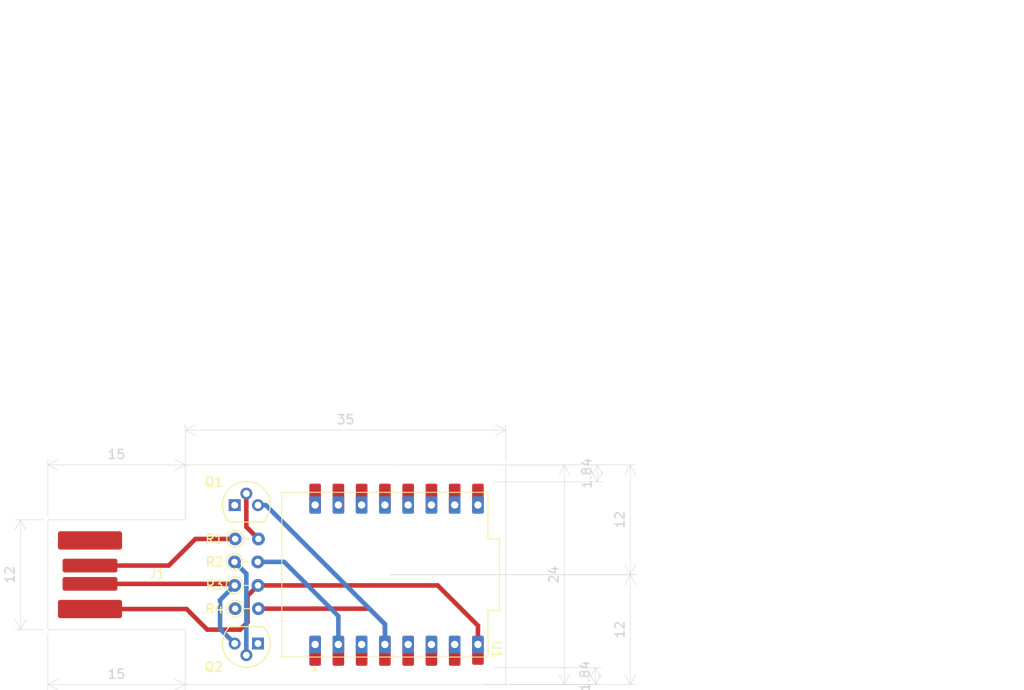
<source format=kicad_pcb>
(kicad_pcb (version 20241229) (generator "pcbnew") (generator_version "9.0")
  (layers (0 "F.Cu" signal) (2 "B.Cu" signal) (13 "F.Paste" user) (15 "B.Paste" user) (5 "F.SilkS" user "F.Silkscreen") (7 "B.SilkS" user "B.Silkscreen") (1 "F.Mask" user) (3 "B.Mask" user) (25 "Edge.Cuts" user))
  (net 0 "")
  (net 1 "5V")
  (net 2 "AC_RX")
  (net 3 "GND")
  (net 4 "AC_TX")
  (net 5 "Net-(Q1-B)")
  (net 6 "Net-(Q2-B)")
  (net 7 "ESP_RX")
  (net 8 "ESP_TX")
  (net 9 "3.3V")
  (footprint "Project Libraries:PCB_USB" (layer "F.Cu") (at 89.6 117)
    (property "Reference" "J1" (at 7.31 -0.08 0) (layer "F.SilkS") (effects (font (thickness 0.1))))
    (property "Value" "Conn_01x04_Pin")
    (pad "1" smd roundrect (at 0 3.75) (size 7 2) (layers "F.Cu" "F.Mask" "F.Paste") (roundrect_rratio 0.125) (net 1 "5V"))
    (pad "2" smd roundrect (at 0 1) (size 6 1.5) (layers "F.Cu" "F.Mask" "F.Paste") (roundrect_rratio 0.1666666667) (net 2 "AC_RX"))
    (pad "3" smd roundrect (at 0 -1 180) (size 6 1.5) (layers "F.Cu" "F.Mask" "F.Paste") (roundrect_rratio 0.1666666667) (net 4 "AC_TX"))
    (pad "4" smd roundrect (at 0 -3.75) (size 7 2) (layers "F.Cu" "F.Mask" "F.Paste") (roundrect_rratio 0.125) (net 3 "GND"))
  )
  (footprint "Project Libraries:ESP32_C3_Super_Mini" (layer "F.Cu") (at 121.8 117 -90)
    (property "Reference" "U1" (at 8.2 -12.2 270) (layer "F.SilkS") (effects (font (thickness 0.1))))
    (property "Value" "~")
    (fp_line (start -9 11.26) (end 9 11.26) (stroke (width 0.1)) (layer "F.SilkS"))
    (fp_line (start 9 11.26) (end 9 -11.26) (stroke (width 0.1)) (layer "F.SilkS"))
    (fp_line (start -9 -11.26) (end -9 11.26) (stroke (width 0.1)) (layer "F.SilkS"))
    (fp_line (start -9 -11.26) (end -3.92 -11.26) (stroke (width 0.1)) (layer "F.SilkS"))
    (fp_line (start -3.92 -11.26) (end -3.92 -12.53) (stroke (width 0.1)) (layer "F.SilkS"))
    (fp_line (start 3.92 -11.26) (end 9 -11.26) (stroke (width 0.1)) (layer "F.SilkS"))
    (fp_line (start 3.92 -11.26) (end 3.92 -12.53) (stroke (width 0.1)) (layer "F.SilkS"))
    (fp_line (start 3.92 -12.53) (end -3.92 -12.53) (stroke (width 0.1)) (layer "F.SilkS"))
    (fp_poly (pts (xy 10.16 7.62) (xy 10.496 7.86) (xy 10.496 7.38) (xy 10.16 7.62)) (stroke (width 0.12)) (fill yes) (layer "F.SilkS"))
    (pad "0" thru_hole roundrect (at 7.62 7.62 270) (size 1.905 1.27) (drill 0.8) (layers "*.Cu" "*.Mask") (roundrect_rratio 0.15))
    (pad "0" smd roundrect (at 9 7.62 270) (size 1.905 1.27) (layers "F.Cu" "F.Mask" "F.Paste") (roundrect_rratio 0.15))
    (pad "1" thru_hole roundrect (at 7.62 5.08 270) (size 1.905 1.27) (drill 0.8) (layers "*.Cu" "*.Mask") (roundrect_rratio 0.15) (net 8 "ESP_TX"))
    (pad "1" smd roundrect (at 9 5.08 270) (size 1.905 1.27) (layers "F.Cu" "F.Mask" "F.Paste") (roundrect_rratio 0.15) (net 8 "ESP_TX"))
    (pad "2" thru_hole roundrect (at 7.62 2.54 270) (size 1.905 1.27) (drill 0.8) (layers "*.Cu" "*.Mask") (roundrect_rratio 0.15))
    (pad "2" smd roundrect (at 9 2.54 270) (size 1.905 1.27) (layers "F.Cu" "F.Mask" "F.Paste") (roundrect_rratio 0.15))
    (pad "3" thru_hole roundrect (at 7.62 0 270) (size 1.905 1.27) (drill 0.8) (layers "*.Cu" "*.Mask") (roundrect_rratio 0.15) (net 7 "ESP_RX"))
    (pad "3" smd roundrect (at 9 0 270) (size 1.905 1.27) (layers "F.Cu" "F.Mask" "F.Paste") (roundrect_rratio 0.15) (net 7 "ESP_RX"))
    (pad "4" thru_hole roundrect (at 7.62 -2.54 270) (size 1.905 1.27) (drill 0.8) (layers "*.Cu" "*.Mask") (roundrect_rratio 0.15))
    (pad "4" smd roundrect (at 9 -2.54 270) (size 1.905 1.27) (layers "F.Cu" "F.Mask" "F.Paste") (roundrect_rratio 0.15))
    (pad "5" thru_hole roundrect (at 7.62 -5.08 270) (size 1.905 1.27) (drill 0.8) (layers "*.Cu" "*.Mask") (roundrect_rratio 0.15) (net 9 "3.3V"))
    (pad "5" smd roundrect (at 9 -5.08 270) (size 1.905 1.27) (layers "F.Cu" "F.Mask" "F.Paste") (roundrect_rratio 0.15) (net 9 "3.3V"))
    (pad "6" thru_hole roundrect (at 7.62 -7.62 270) (size 1.905 1.27) (drill 0.8) (layers "*.Cu" "*.Mask") (roundrect_rratio 0.15) (net 3 "GND"))
    (pad "6" smd roundrect (at 9 -7.62 270) (size 1.905 1.27) (layers "F.Cu" "F.Mask" "F.Paste") (roundrect_rratio 0.15) (net 3 "GND"))
    (pad "7" thru_hole roundrect (at 7.62 -10.16 270) (size 1.905 1.27) (drill 0.8) (layers "*.Cu" "*.Mask") (roundrect_rratio 0.15) (net 1 "5V"))
    (pad "7" smd roundrect (at 8.89 -10.16 270) (size 1.905 1.27) (layers "F.Cu" "F.Mask" "F.Paste") (roundrect_rratio 0.15) (net 1 "5V"))
    (pad "8" smd roundrect (at -9 -10.16 270) (size 1.905 1.27) (layers "F.Cu" "F.Mask" "F.Paste") (roundrect_rratio 0.15))
    (pad "8" thru_hole roundrect (at -7.62 -10.16 270) (size 1.905 1.27) (drill 0.8) (layers "*.Cu" "*.Mask") (roundrect_rratio 0.15))
    (pad "9" smd roundrect (at -9 -7.62 270) (size 1.905 1.27) (layers "F.Cu" "F.Mask" "F.Paste") (roundrect_rratio 0.15))
    (pad "9" thru_hole roundrect (at -7.62 -7.62 270) (size 1.905 1.27) (drill 0.8) (layers "*.Cu" "*.Mask") (roundrect_rratio 0.15))
    (pad "10" smd roundrect (at -9 -5.08 270) (size 1.905 1.27) (layers "F.Cu" "F.Mask" "F.Paste") (roundrect_rratio 0.15))
    (pad "10" thru_hole roundrect (at -7.62 -5.08 270) (size 1.905 1.27) (drill 0.8) (layers "*.Cu" "*.Mask") (roundrect_rratio 0.15))
    (pad "11" smd roundrect (at -9 -2.54 270) (size 1.905 1.27) (layers "F.Cu" "F.Mask" "F.Paste") (roundrect_rratio 0.15))
    (pad "11" thru_hole roundrect (at -7.62 -2.54 270) (size 1.905 1.27) (drill 0.8) (layers "*.Cu" "*.Mask") (roundrect_rratio 0.15))
    (pad "12" smd roundrect (at -9 0 270) (size 1.905 1.27) (layers "F.Cu" "F.Mask" "F.Paste") (roundrect_rratio 0.15))
    (pad "12" thru_hole roundrect (at -7.62 0 270) (size 1.905 1.27) (drill 0.8) (layers "*.Cu" "*.Mask") (roundrect_rratio 0.15))
    (pad "13" smd roundrect (at -9 2.54 270) (size 1.905 1.27) (layers "F.Cu" "F.Mask" "F.Paste") (roundrect_rratio 0.15))
    (pad "13" thru_hole roundrect (at -7.62 2.54 270) (size 1.905 1.27) (drill 0.8) (layers "*.Cu" "*.Mask") (roundrect_rratio 0.15))
    (pad "14" smd roundrect (at -9 5.08 270) (size 1.905 1.27) (layers "F.Cu" "F.Mask" "F.Paste") (roundrect_rratio 0.15))
    (pad "14" thru_hole roundrect (at -7.62 5.08 270) (size 1.905 1.27) (drill 0.8) (layers "*.Cu" "*.Mask") (roundrect_rratio 0.15))
    (pad "15" smd roundrect (at -9 7.62 270) (size 1.905 1.27) (layers "F.Cu" "F.Mask" "F.Paste") (roundrect_rratio 0.15))
    (pad "15" thru_hole roundrect (at -7.62 7.62 270) (size 1.905 1.27) (drill 0.8) (layers "*.Cu" "*.Mask") (roundrect_rratio 0.15))
  )
  (footprint "Resistor_THT:R_Axial_DIN0204_L3.6mm_D1.6mm_P2.54mm_Vertical" (layer "F.Cu") (at 105.45 113.09)
    (property "Reference" "R1" (at -2.28 0.01 0) (layer "F.SilkS"))
    (property "Value" "10k")
    (fp_line (start 0.92 0) (end 1.54 0) (stroke (width 0.12)) (layer "F.SilkS"))
    (fp_circle (center 0 0) (end 0.92 0) (stroke (width 0.12)) (fill no) (layer "F.SilkS"))
    (pad "1" thru_hole circle (at 0 0) (size 1.4 1.4) (drill 0.7) (layers "*.Cu" "*.Mask") (net 4 "AC_TX"))
    (pad "2" thru_hole circle (at 2.54 0) (size 1.4 1.4) (drill 0.7) (layers "*.Cu" "*.Mask") (net 5 "Net-(Q1-B)"))
  )
  (footprint "Package_TO_SOT_THT:TO-92" (layer "F.Cu") (at 107.94 124.52 180)
    (property "Reference" "Q2" (at 4.82 -2.55 0) (layer "F.SilkS"))
    (property "Value" "2N3904")
    (fp_line (start -0.53 1.85) (end 3.07 1.85) (stroke (width 0.12)) (layer "F.SilkS"))
    (fp_arc (start 1.27 -2.6) (mid 3.672087 -0.994977) (end 3.108478 1.838478) (stroke (width 0.12)) (layer "F.SilkS"))
    (fp_arc (start -0.568478 1.838478) (mid -1.132087 -0.994977) (end 1.27 -2.6) (stroke (width 0.12)) (layer "F.SilkS"))
    (pad "1" thru_hole rect (at 0 0 180) (size 1.3 1.3) (drill 0.75) (layers "*.Cu" "*.Mask") (net 3 "GND"))
    (pad "2" thru_hole circle (at 1.27 -1.27 180) (size 1.3 1.3) (drill 0.75) (layers "*.Cu" "*.Mask") (net 6 "Net-(Q2-B)"))
    (pad "3" thru_hole circle (at 2.54 0 180) (size 1.3 1.3) (drill 0.75) (layers "*.Cu" "*.Mask") (net 2 "AC_RX"))
  )
  (footprint "Resistor_THT:R_Axial_DIN0204_L3.6mm_D1.6mm_P2.54mm_Vertical" (layer "F.Cu") (at 105.38 115.6)
    (property "Reference" "R2" (at -2.18 0 0) (layer "F.SilkS"))
    (property "Value" "10k")
    (fp_line (start 0.92 0) (end 1.54 0) (stroke (width 0.12)) (layer "F.SilkS"))
    (fp_circle (center 0 0) (end 0.92 0) (stroke (width 0.12)) (fill no) (layer "F.SilkS"))
    (pad "1" thru_hole circle (at 0 0) (size 1.4 1.4) (drill 0.7) (layers "*.Cu" "*.Mask") (net 6 "Net-(Q2-B)"))
    (pad "2" thru_hole circle (at 2.54 0) (size 1.4 1.4) (drill 0.7) (layers "*.Cu" "*.Mask") (net 8 "ESP_TX"))
  )
  (footprint "Resistor_THT:R_Axial_DIN0204_L3.6mm_D1.6mm_P2.54mm_Vertical" (layer "F.Cu") (at 105.45 120.71)
    (property "Reference" "R4" (at -2.28 0.01 0) (layer "F.SilkS"))
    (property "Value" "10k")
    (fp_line (start 0.92 0) (end 1.54 0) (stroke (width 0.12)) (layer "F.SilkS"))
    (fp_circle (center 0 0) (end 0.92 0) (stroke (width 0.12)) (fill no) (layer "F.SilkS"))
    (pad "1" thru_hole circle (at 0 0) (size 1.4 1.4) (drill 0.7) (layers "*.Cu" "*.Mask") (net 9 "3.3V"))
    (pad "2" thru_hole circle (at 2.54 0) (size 1.4 1.4) (drill 0.7) (layers "*.Cu" "*.Mask") (net 7 "ESP_RX"))
  )
  (footprint "Package_TO_SOT_THT:TO-92" (layer "F.Cu") (at 105.4 109.4)
    (property "Reference" "Q1" (at -2.28 -2.53 0) (layer "F.SilkS"))
    (property "Value" "2N3904")
    (fp_line (start -0.53 1.85) (end 3.07 1.85) (stroke (width 0.12)) (layer "F.SilkS"))
    (fp_arc (start -0.568478 1.838478) (mid -1.132087 -0.994977) (end 1.27 -2.6) (stroke (width 0.12)) (layer "F.SilkS"))
    (fp_arc (start 1.27 -2.6) (mid 3.672087 -0.994977) (end 3.108478 1.838478) (stroke (width 0.12)) (layer "F.SilkS"))
    (pad "1" thru_hole rect (at 0 0) (size 1.3 1.3) (drill 0.75) (layers "*.Cu" "*.Mask") (net 3 "GND"))
    (pad "2" thru_hole circle (at 1.27 -1.27) (size 1.3 1.3) (drill 0.75) (layers "*.Cu" "*.Mask") (net 5 "Net-(Q1-B)"))
    (pad "3" thru_hole circle (at 2.54 0) (size 1.3 1.3) (drill 0.75) (layers "*.Cu" "*.Mask") (net 7 "ESP_RX"))
  )
  (footprint "Resistor_THT:R_Axial_DIN0204_L3.6mm_D1.6mm_P2.54mm_Vertical" (layer "F.Cu") (at 105.4 118.17)
    (property "Reference" "R3" (at -2.2 -0.01 0) (layer "F.SilkS"))
    (property "Value" "10k")
    (fp_line (start 0.92 0) (end 1.54 0) (stroke (width 0.12)) (layer "F.SilkS"))
    (fp_circle (center 0 0) (end 0.92 0) (stroke (width 0.12)) (fill no) (layer "F.SilkS"))
    (pad "1" thru_hole circle (at 0 0) (size 1.4 1.4) (drill 0.7) (layers "*.Cu" "*.Mask") (net 2 "AC_RX"))
    (pad "2" thru_hole circle (at 2.54 0) (size 1.4 1.4) (drill 0.7) (layers "*.Cu" "*.Mask") (net 1 "5V"))
  )
  (gr_line (start 135 129) (end 100 129) (stroke (width 0.05)) (layer "Edge.Cuts"))
  (gr_line (start 100 123) (end 100 129) (stroke (width 0.05)) (layer "Edge.Cuts"))
  (gr_line (start 100 105) (end 135 105) (stroke (width 0.05)) (layer "Edge.Cuts"))
  (gr_line (start 135 105) (end 135 129) (stroke (width 0.05)) (layer "Edge.Cuts"))
  (gr_line (start 100 111) (end 85 111) (stroke (width 0.05)) (layer "Edge.Cuts"))
  (gr_line (start 100 105) (end 100 111) (stroke (width 0.05)) (layer "Edge.Cuts"))
  (gr_line (start 85 123) (end 85 111) (stroke (width 0.05)) (layer "Edge.Cuts"))
  (gr_line (start 100 123) (end 85 123) (stroke (width 0.05)) (layer "Edge.Cuts"))
  (dimension (type orthogonal) (layer "Edge.Cuts") (pts (xy 121.8 117) (xy 132.2 129)) (height 26.8) (orientation 1) (format (prefix "") (suffix "") (units 3) (units_format 0) (precision 4) (suppress_zeroes yes)) (style (thickness 0.05) (arrow_length 1.27) (text_position_mode 0) (arrow_direction outward) (extension_height 0.58642) (extension_offset 0.5) (keep_text_aligned yes)) (gr_text "12" (at 147.45 123 90) (layer "Edge.Cuts") (effects (font (size 1 1) (thickness 0.15)))))
  (dimension (type orthogonal) (layer "Edge.Cuts") (pts (xy 85 123) (xy 100 123)) (height 6) (orientation 0) (format (prefix "") (suffix "") (units 3) (units_format 0) (precision 4) (suppress_zeroes yes)) (style (thickness 0.05) (arrow_length 1.27) (text_position_mode 0) (arrow_direction outward) (extension_height 0.58642) (extension_offset 0.5) (keep_text_aligned yes)) (gr_text "15" (at 92.5 127.85 0) (layer "Edge.Cuts") (effects (font (size 1 1) (thickness 0.15)))))
  (dimension (type orthogonal) (layer "Edge.Cuts") (pts (xy 85 111) (xy 100 111)) (height -6) (orientation 0) (format (prefix "") (suffix "") (units 3) (units_format 0) (precision 4) (suppress_zeroes yes)) (style (thickness 0.05) (arrow_length 1.27) (text_position_mode 0) (arrow_direction outward) (extension_height 0.58642) (extension_offset 0.5) (keep_text_aligned yes)) (gr_text "15" (at 92.5 103.85 0) (layer "Edge.Cuts") (effects (font (size 1 1) (thickness 0.15)))))
  (dimension (type orthogonal) (layer "Edge.Cuts") (pts (xy 100 105) (xy 135 105)) (height -3.8) (orientation 0) (format (prefix "") (suffix "") (units 3) (units_format 0) (precision 4) (suppress_zeroes yes)) (style (thickness 0.05) (arrow_length 1.27) (text_position_mode 0) (arrow_direction outward) (extension_height 0.58642) (extension_offset 0.5) (keep_text_aligned yes)) (gr_text "35" (at 117.5 100.05 0) (layer "Edge.Cuts") (effects (font (size 1 1) (thickness 0.15)))))
  (dimension (type orthogonal) (layer "Edge.Cuts") (pts (xy 85 123) (xy 85 111)) (height -3) (orientation 1) (format (prefix "") (suffix "") (units 3) (units_format 0) (precision 4) (suppress_zeroes yes)) (style (thickness 0.05) (arrow_length 1.27) (text_position_mode 0) (arrow_direction outward) (extension_height 0.58642) (extension_offset 0.5) (keep_text_aligned yes)) (gr_text "12" (at 80.85 117 90) (layer "Edge.Cuts") (effects (font (size 1 1) (thickness 0.15)))))
  (dimension (type orthogonal) (layer "Edge.Cuts") (pts (xy 135 105) (xy 135 129)) (height 6.4) (orientation 1) (format (prefix "") (suffix "") (units 3) (units_format 0) (precision 4) (suppress_zeroes yes)) (style (thickness 0.05) (arrow_length 1.27) (text_position_mode 0) (arrow_direction outward) (extension_height 0.58642) (extension_offset 0.5) (keep_text_aligned yes)) (gr_text "24" (at 140.25 117 90) (layer "Edge.Cuts") (effects (font (size 1 1) (thickness 0.15)))))
  (dimension (type orthogonal) (layer "Edge.Cuts") (pts (xy 121.8 117) (xy 122.8 105)) (height 26.8) (orientation 1) (format (prefix "") (suffix "") (units 3) (units_format 0) (precision 4) (suppress_zeroes yes)) (style (thickness 0.05) (arrow_length 1.27) (text_position_mode 0) (arrow_direction outward) (extension_height 0.58642) (extension_offset 0.5) (keep_text_aligned yes)) (gr_text "12" (at 147.45 111 90) (layer "Edge.Cuts") (effects (font (size 1 1) (thickness 0.15)))))
  (dimension (type orthogonal) (layer "Edge.Cuts") (pts (xy 133.23 127.16) (xy 135 129)) (height 11.57) (orientation 1) (format (prefix "") (suffix "") (units 3) (units_format 0) (precision 4) (suppress_zeroes yes)) (style (thickness 0.05) (arrow_length 1.27) (text_position_mode 0) (arrow_direction outward) (extension_height 0.58642) (extension_offset 0.5) (keep_text_aligned yes)) (gr_text "1,84" (at 143.65 128.08 90) (layer "Edge.Cuts") (effects (font (size 1 1) (thickness 0.15)))))
  (dimension (type orthogonal) (layer "Edge.Cuts") (pts (xy 133.23 106.84) (xy 135 105)) (height 11.77) (orientation 1) (format (prefix "") (suffix "") (units 3) (units_format 0) (precision 4) (suppress_zeroes yes)) (style (thickness 0.05) (arrow_length 1.27) (text_position_mode 0) (arrow_direction outward) (extension_height 0.58642) (extension_offset 0.5) (keep_text_aligned yes)) (gr_text "1,84" (at 143.85 105.92 90) (layer "Edge.Cuts") (effects (font (size 1 1) (thickness 0.15)))))
  (segment (start 127.57 118.17) (end 131.96 122.56) (width 0.5) (layer "F.Cu") (net 1))
  (segment (start 106 123) (end 106.8 122.2) (width 0.5) (layer "F.Cu") (net 1))
  (segment (start 100.15 120.75) (end 102.4 123) (width 0.5) (layer "F.Cu") (net 1))
  (segment (start 106.8 119.31) (end 107.94 118.17) (width 0.5) (layer "F.Cu") (net 1))
  (segment (start 89.6 120.75) (end 100.15 120.75) (width 0.5) (layer "F.Cu") (net 1))
  (segment (start 131.96 122.56) (end 131.96 124.62) (width 0.5) (layer "F.Cu") (net 1))
  (segment (start 102.4 123) (end 106 123) (width 0.5) (layer "F.Cu") (net 1))
  (segment (start 106.8 122.2) (end 106.8 119.31) (width 0.5) (layer "F.Cu") (net 1))
  (segment (start 107.94 118.17) (end 127.57 118.17) (width 0.5) (layer "F.Cu") (net 1))
  (segment (start 89.6 118) (end 105.23 118) (width 0.5) (layer "F.Cu") (net 2))
  (segment (start 105.4 118.17) (end 103.8 119.77) (width 0.5) (layer "B.Cu") (net 2))
  (segment (start 103.8 119.77) (end 103.8 122.92) (width 0.5) (layer "B.Cu") (net 2))
  (segment (start 103.8 122.92) (end 105.4 124.52) (width 0.5) (layer "B.Cu") (net 2))
  (segment (start 98.2 116) (end 89.6 116) (width 0.5) (layer "F.Cu") (net 4))
  (segment (start 105.45 113.09) (end 101.11 113.09) (width 0.5) (layer "F.Cu") (net 4))
  (segment (start 101.11 113.09) (end 98.2 116) (width 0.5) (layer "F.Cu") (net 4))
  (segment (start 106.67 108.13) (end 106.67 111.77) (width 0.5) (layer "F.Cu") (net 5))
  (segment (start 106.67 111.77) (end 107.99 113.09) (width 0.5) (layer "F.Cu") (net 5))
  (segment (start 105.35 115.63) (end 105.57 115.63) (width 0.2) (layer "F.Cu") (net 6))
  (segment (start 105.57 115.63) (end 105.6 115.6) (width 0.2) (layer "F.Cu") (net 6))
  (segment (start 106.67 116.89) (end 106.67 125.79) (width 0.5) (layer "B.Cu") (net 6))
  (segment (start 105.38 115.6) (end 106.67 116.89) (width 0.5) (layer "B.Cu") (net 6))
  (segment (start 121.8 122.4) (end 121.8 124.62) (width 0.5) (layer "F.Cu") (net 7))
  (segment (start 120.11 120.71) (end 121.8 122.4) (width 0.5) (layer "F.Cu") (net 7))
  (segment (start 107.99 120.71) (end 120.11 120.71) (width 0.5) (layer "F.Cu") (net 7))
  (segment (start 121.8 124.62) (end 121.8 122.4) (width 0.5) (layer "B.Cu") (net 7))
  (segment (start 107.94 109.4) (end 108.8 109.4) (width 0.5) (layer "B.Cu") (net 7))
  (segment (start 121.8 122.4) (end 108.8 109.4) (width 0.5) (layer "B.Cu") (net 7))
  (segment (start 110.8 115.6) (end 116.72 121.52) (width 0.5) (layer "B.Cu") (net 8))
  (segment (start 107.92 115.6) (end 110.8 115.6) (width 0.5) (layer "B.Cu") (net 8))
  (segment (start 116.72 121.52) (end 116.72 124.62) (width 0.5) (layer "B.Cu") (net 8))
)
</source>
